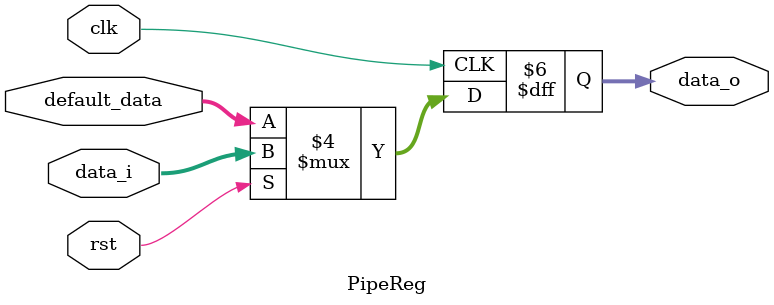
<source format=v>
module  PipeReg #(
    parameter   DataWidth = 32
)
(
    input   wire    clk,
    input   wire    rst,
    input   wire    [DataWidth-1:0] default_data,
    input   wire    [DataWidth-1:0] data_i,
    
    output  reg    [DataWidth-1:0] data_o//注意时序逻辑赋值要为reg型
);

always@(posedge clk) begin
    if(rst == 1'b0)
        data_o <= default_data;
    else
        data_o <= data_i;
end

endmodule

//DFF函数例化模板
//PipeReg #(32)  dff1(clk,rst,default_data,data_i,data_o);
</source>
